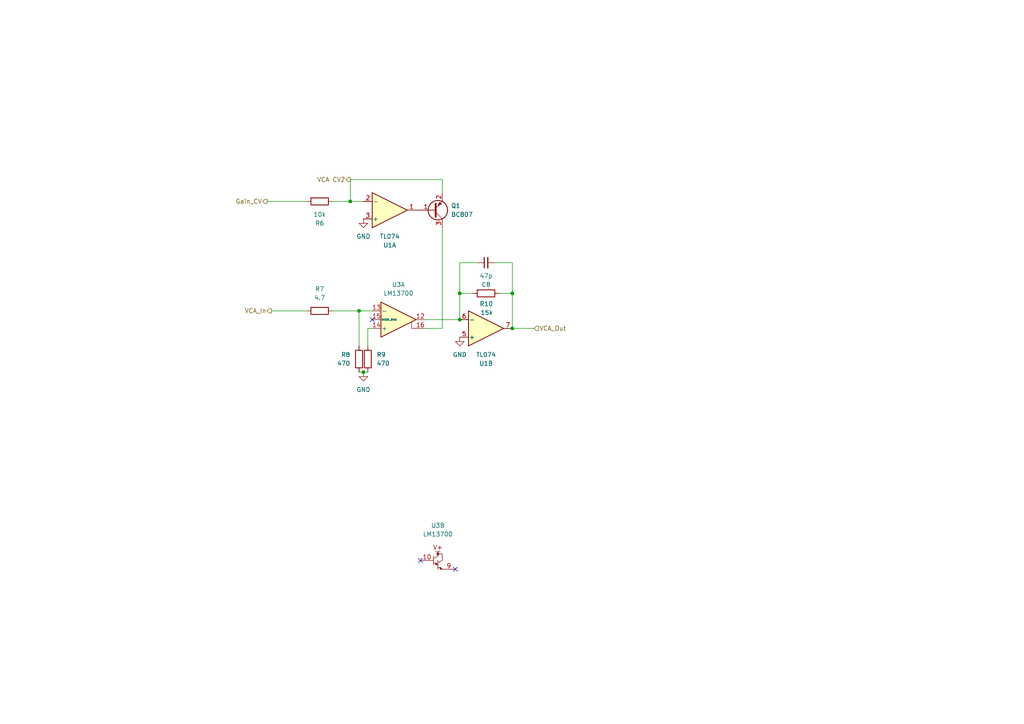
<source format=kicad_sch>
(kicad_sch (version 20231120) (generator "eeschema") (generator_version "8.0")
  (paper "A4")
  (lib_symbols
    (symbol "Amplifier_Operational:LM13700" (pin_names (offset 0.127))
      (property "Reference" "U" (at 3.81 5.08 0))
      (property "Value" "LM13700" (at 5.08 -5.08 0))
      (symbol "LM13700_1_1"
        (polyline (pts (xy 3.81 -0.635) (xy 3.81 -2.54) (xy 5.08 -2.54)))
        (polyline (pts (xy 5.08 0) (xy -5.08 -5.08) (xy -5.08 5.08) (xy 5.08 0)) (stroke (width 0.254)) (fill (type background)))
        (pin output line (at 7.62 0 180) (length 2.54) (name "~") (number "12"))
        (pin input line (at -7.62 2.54 0) (length 2.54) (name "-") (number "13"))
        (pin input line (at -7.62 -2.54 0) (length 2.54) (name "+") (number "14"))
        (pin input line (at -7.62 0 0) (length 2.54) (name "DIODE_BIAS") (number "15"))
        (pin input line (at 7.62 -2.54 180) (length 2.54) (name "~") (number "16"))
      )
      (symbol "LM13700_2_0"
        (polyline (pts (xy -1.905 2.54) (xy -3.175 2.54)))
      )
      (symbol "LM13700_2_1"
        (circle (center -2.54 1.905) (radius 0.254) (stroke (width 0.254)) (fill (type outline)))
        (polyline (pts (xy -3.81 -0.635) (xy -2.54 -1.27)))
        (polyline (pts (xy -3.81 1.27) (xy -3.81 -1.27)))
        (polyline (pts (xy -2.54 -1.905) (xy -1.27 -2.54)))
        (polyline (pts (xy -2.54 0) (xy -2.54 -2.54)))
        (polyline (pts (xy -3.81 0.635) (xy -2.54 1.27) (xy -2.54 1.905) (xy -2.54 2.54)))
        (polyline (pts (xy -2.54 -1.27) (xy -3.175 -0.635) (xy -3.175 -1.27) (xy -2.54 -1.27)) (fill (type outline)))
        (polyline (pts (xy -2.54 -0.635) (xy -1.27 0) (xy -1.27 1.905) (xy -2.54 1.905)))
        (polyline (pts (xy -1.27 -2.54) (xy -1.905 -1.905) (xy -1.905 -2.54) (xy -1.27 -2.54)) (fill (type outline)))
        (text "V+" (at -2.54 3.81 0) (effects (font (size 1.27 1.27))))
        (pin input line (at -7.62 0 0) (length 3.81) (name "~") (number "10"))
        (pin output line (at 2.54 -2.54 180) (length 3.81) (name "~") (number "9"))
      )
      (symbol "LM13700_3_1"
        (polyline (pts (xy 3.81 -0.635) (xy 3.81 -2.54) (xy 5.08 -2.54)))
        (polyline (pts (xy 5.08 0) (xy -5.08 -5.08) (xy -5.08 5.08) (xy 5.08 0)) (stroke (width 0.254)) (fill (type background)))
        (pin input line (at 7.62 -2.54 180) (length 2.54) (name "~") (number "1"))
        (pin input line (at -7.62 0 0) (length 2.54) (name "DIODE_BIAS") (number "2"))
        (pin input line (at -7.62 -2.54 0) (length 2.54) (name "+") (number "3"))
        (pin input line (at -7.62 2.54 0) (length 2.54) (name "-") (number "4"))
        (pin output line (at 7.62 0 180) (length 2.54) (name "~") (number "5"))
      )
      (symbol "LM13700_4_0"
        (polyline (pts (xy -3.175 2.54) (xy -1.905 2.54)))
        (text "V+" (at -2.54 3.81 0) (effects (font (size 1.27 1.27))))
      )
      (symbol "LM13700_4_1"
        (circle (center -2.54 1.905) (radius 0.254) (stroke (width 0.254)) (fill (type outline)))
        (polyline (pts (xy -3.81 -0.635) (xy -2.54 -1.27)))
        (polyline (pts (xy -3.81 1.27) (xy -3.81 -1.27)))
        (polyline (pts (xy -2.54 -1.905) (xy -1.27 -2.54)))
        (polyline (pts (xy -2.54 0) (xy -2.54 -2.54)))
        (polyline (pts (xy -3.81 0.635) (xy -2.54 1.27) (xy -2.54 2.54)))
        (polyline (pts (xy -2.54 -1.27) (xy -3.175 -0.635) (xy -3.175 -1.27) (xy -2.54 -1.27)) (fill (type outline)))
        (polyline (pts (xy -2.54 -0.635) (xy -1.27 0) (xy -1.27 1.905) (xy -2.54 1.905)))
        (polyline (pts (xy -1.27 -2.54) (xy -1.905 -1.905) (xy -1.905 -2.54) (xy -1.27 -2.54)) (fill (type outline)))
        (pin input line (at -7.62 0 0) (length 3.81) (name "~") (number "7"))
        (pin output line (at 2.54 -2.54 180) (length 3.81) (name "~") (number "8"))
      )
      (symbol "LM13700_5_1"
        (pin power_in line (at -2.54 7.62 270) (length 3.81) (name "V+") (number "11"))
        (pin power_in line (at -2.54 -7.62 90) (length 3.81) (name "V-") (number "6"))
      )
    )
    (symbol "Amplifier_Operational:TL074" (pin_names (offset 0.127))
      (property "Reference" "U" (at 0 5.08 0))
      (property "Value" "TL074" (at 0 -5.08 0))
      (symbol "TL074_1_1"
        (polyline (pts (xy -5.08 5.08) (xy 5.08 0) (xy -5.08 -5.08) (xy -5.08 5.08)) (stroke (width 0.254)) (fill (type background)))
        (pin output line (at 7.62 0 180) (length 2.54) (name "~") (number "1"))
        (pin input line (at -7.62 -2.54 0) (length 2.54) (name "-") (number "2"))
        (pin input line (at -7.62 2.54 0) (length 2.54) (name "+") (number "3"))
      )
      (symbol "TL074_2_1"
        (polyline (pts (xy -5.08 5.08) (xy 5.08 0) (xy -5.08 -5.08) (xy -5.08 5.08)) (stroke (width 0.254)) (fill (type background)))
        (pin input line (at -7.62 2.54 0) (length 2.54) (name "+") (number "5"))
        (pin input line (at -7.62 -2.54 0) (length 2.54) (name "-") (number "6"))
        (pin output line (at 7.62 0 180) (length 2.54) (name "~") (number "7"))
      )
      (symbol "TL074_3_1"
        (polyline (pts (xy -5.08 5.08) (xy 5.08 0) (xy -5.08 -5.08) (xy -5.08 5.08)) (stroke (width 0.254)) (fill (type background)))
        (pin input line (at -7.62 2.54 0) (length 2.54) (name "+") (number "10"))
        (pin output line (at 7.62 0 180) (length 2.54) (name "~") (number "8"))
        (pin input line (at -7.62 -2.54 0) (length 2.54) (name "-") (number "9"))
      )
      (symbol "TL074_4_1"
        (polyline (pts (xy -5.08 5.08) (xy 5.08 0) (xy -5.08 -5.08) (xy -5.08 5.08)) (stroke (width 0.254)) (fill (type background)))
        (pin input line (at -7.62 2.54 0) (length 2.54) (name "+") (number "12"))
        (pin input line (at -7.62 -2.54 0) (length 2.54) (name "-") (number "13"))
        (pin output line (at 7.62 0 180) (length 2.54) (name "~") (number "14"))
      )
      (symbol "TL074_5_1"
        (pin power_in line (at -2.54 -7.62 90) (length 3.81) (name "V-") (number "11"))
        (pin power_in line (at -2.54 7.62 270) (length 3.81) (name "V+") (number "4"))
      )
    )
    (symbol "Device:C_Small" (pin_numbers hide) (pin_names (offset 0.254) hide)
      (property "Reference" "C" (at 0.254 1.778 0))
      (property "Value" "C_Small" (at 0.254 -2.032 0))
      (symbol "C_Small_0_1"
        (polyline (pts (xy -1.524 -0.508) (xy 1.524 -0.508)) (stroke (width 0.3302)))
        (polyline (pts (xy -1.524 0.508) (xy 1.524 0.508)) (stroke (width 0.3048)))
      )
      (symbol "C_Small_1_1"
        (pin passive line (at 0 2.54 270) (length 2.032) (name "~") (number "1"))
        (pin passive line (at 0 -2.54 90) (length 2.032) (name "~") (number "2"))
      )
    )
    (symbol "Device:R" (pin_numbers hide) (pin_names (offset 0))
      (property "Reference" "R" (at 2.032 0 90))
      (property "Value" "R" (at 0 0 90))
      (symbol "R_0_1"
        (rectangle (start -1.016 -2.54) (end 1.016 2.54) (stroke (width 0.254)))
      )
      (symbol "R_1_1"
        (pin passive line (at 0 3.81 270) (length 1.27) (name "~") (number "1"))
        (pin passive line (at 0 -3.81 90) (length 1.27) (name "~") (number "2"))
      )
    )
    (symbol "Transistor_BJT:BC807" (pin_names (offset 0) hide)
      (property "Reference" "Q" (at 5.08 1.905 0))
      (property "Value" "BC807" (at 5.08 0 0))
      (symbol "BC807_0_1"
        (polyline (pts (xy 0.635 0.635) (xy 2.54 2.54)))
        (polyline (pts (xy 0.635 -0.635) (xy 2.54 -2.54) (xy 2.54 -2.54)))
        (polyline (pts (xy 0.635 1.905) (xy 0.635 -1.905) (xy 0.635 -1.905)) (stroke (width 0.508)))
        (polyline (pts (xy 2.286 -1.778) (xy 1.778 -2.286) (xy 1.27 -1.27) (xy 2.286 -1.778) (xy 2.286 -1.778)) (fill (type outline)))
        (circle (center 1.27 0) (radius 2.8194) (stroke (width 0.254)))
      )
      (symbol "BC807_1_1"
        (pin input line (at -5.08 0 0) (length 5.715) (name "B") (number "1"))
        (pin passive line (at 2.54 -5.08 90) (length 2.54) (name "E") (number "2"))
        (pin passive line (at 2.54 5.08 270) (length 2.54) (name "C") (number "3"))
      )
    )
    (symbol "power:GND" (power) (pin_numbers hide) (pin_names (offset 0) hide)
      (property "Value" "GND" (at 0 -3.81 0))
      (symbol "GND_0_1"
        (polyline (pts (xy 0 0) (xy 0 -1.27) (xy 1.27 -1.27) (xy 0 -2.54) (xy -1.27 -1.27) (xy 0 -1.27)))
      )
      (symbol "GND_1_1"
        (pin power_in line (at 0 0 270) (length 0) (name "~") (number "1"))
      )
    )
  )
  (junction (at 105.41 107.95))
  (junction (at 148.59 85.09))
  (junction (at 101.6 58.42))
  (junction (at 104.14 90.17))
  (junction (at 133.35 92.71))
  (junction (at 148.59 95.25))
  (junction (at 133.35 85.09))
  (no_connect (at 132.08 165.1))
  (no_connect (at 121.92 162.56))
  (no_connect (at 107.95 92.71))
  (wire (pts (xy 105.41 107.95) (xy 106.68 107.95)))
  (wire (pts (xy 148.59 95.25) (xy 154.94 95.25)))
  (wire (pts (xy 133.35 85.09) (xy 133.35 92.71)))
  (wire (pts (xy 144.78 85.09) (xy 148.59 85.09)))
  (wire (pts (xy 143.51 76.2) (xy 148.59 76.2)))
  (wire (pts (xy 96.52 58.42) (xy 101.6 58.42)))
  (wire (pts (xy 77.47 58.42) (xy 88.9 58.42)))
  (wire (pts (xy 96.52 90.17) (xy 104.14 90.17)))
  (wire (pts (xy 128.27 55.88) (xy 128.27 52.07)))
  (wire (pts (xy 78.74 90.17) (xy 88.9 90.17)))
  (wire (pts (xy 128.27 52.07) (xy 101.6 52.07)))
  (wire (pts (xy 128.27 66.04) (xy 128.27 95.25)))
  (wire (pts (xy 104.14 90.17) (xy 104.14 100.33)))
  (wire (pts (xy 133.35 76.2) (xy 133.35 85.09)))
  (wire (pts (xy 107.95 95.25) (xy 106.68 95.25)))
  (wire (pts (xy 148.59 76.2) (xy 148.59 85.09)))
  (wire (pts (xy 128.27 95.25) (xy 123.19 95.25)))
  (wire (pts (xy 106.68 95.25) (xy 106.68 100.33)))
  (wire (pts (xy 104.14 90.17) (xy 107.95 90.17)))
  (wire (pts (xy 148.59 85.09) (xy 148.59 95.25)))
  (wire (pts (xy 138.43 76.2) (xy 133.35 76.2)))
  (wire (pts (xy 104.14 107.95) (xy 105.41 107.95)))
  (wire (pts (xy 123.19 92.71) (xy 133.35 92.71)))
  (wire (pts (xy 101.6 58.42) (xy 105.41 58.42)))
  (wire (pts (xy 101.6 52.07) (xy 101.6 58.42)))
  (wire (pts (xy 137.16 85.09) (xy 133.35 85.09)))
  (hierarchical_label "VCA_Out" (shape input) (at 154.94 95.25 0))
  (hierarchical_label "Gain_CV" (shape output) (at 77.47 58.42 180))
  (hierarchical_label "VCA CV2" (shape output) (at 101.6 52.07 180))
  (hierarchical_label "VCA_In" (shape output) (at 78.74 90.17 180))
  (symbol (lib_id "Transistor_BJT:BC807") (at 125.73 60.96 0) (mirror x) (unit 1)
    (property "Reference" "Q1" (at 130.81 59.6899 0) (effects (justify left)))
    (property "Value" "BC807" (at 130.81 62.2299 0) (effects (justify left)))
    (property "Footprint" "PCM_4ms_Package_SOT:SOT-23" (effects (hide yes)))
    (property "Datasheet" "https://www.onsemi.com/pub/Collateral/BC808-D.pdf" (effects (hide yes)))
    (property "Description" "0.8A Ic, 45V Vce, PNP Transistor, SOT-23" (effects (hide yes)))
  )
  (symbol (lib_id "Device:C_Small") (at 140.97 76.2 90) (mirror x) (unit 1)
    (property "Reference" "C8" (at 140.9763 82.55 90))
    (property "Value" "47p" (at 140.9763 80.01 90))
    (property "Footprint" "Capacitor_SMD:C_0805_2012Metric_Pad1.18x1.45mm_HandSolder" (effects (hide yes)))
    (property "Description" "Unpolarized capacitor, small symbol" (effects (hide yes)))
  )
  (symbol (lib_id "Device:R") (at 106.68 104.14 180) (unit 1)
    (property "Reference" "R9" (at 109.22 102.8699 0) (effects (justify right)))
    (property "Value" "470" (at 109.22 105.4099 0) (effects (justify right)))
    (property "Footprint" "Resistor_SMD:R_0805_2012Metric_Pad1.20x1.40mm_HandSolder" (effects (hide yes)))
    (property "Description" "Resistor" (effects (hide yes)))
  )
  (symbol (lib_id "Device:R") (at 104.14 104.14 0) (mirror x) (unit 1)
    (property "Reference" "R8" (at 101.6 102.8699 0) (effects (justify right)))
    (property "Value" "470" (at 101.6 105.4099 0) (effects (justify right)))
    (property "Footprint" "Resistor_SMD:R_0805_2012Metric_Pad1.20x1.40mm_HandSolder" (effects (hide yes)))
    (property "Description" "Resistor" (effects (hide yes)))
  )
  (symbol (lib_id "power:GND") (at 133.35 97.79 0) (unit 1)
    (property "Reference" "#PWR020" (effects (hide yes)))
    (property "Value" "GND" (at 133.35 102.87 0))
    (property "Description" "Power symbol creates a global label with name \"GND\" , ground" (effects (hide yes)))
  )
  (symbol (lib_id "Amplifier_Operational:LM13700") (at 115.57 92.71 0) (unit 1)
    (property "Reference" "U3" (at 115.57 82.55 0))
    (property "Value" "LM13700" (at 115.57 85.09 0))
    (property "Footprint" "Package_SO:SOIC-16_3.9x9.9mm_P1.27mm" (effects (hide yes)))
    (property "Datasheet" "http://www.ti.com/lit/ds/symlink/lm13700.pdf" (effects (hide yes)))
    (property "Description" "Dual Operational Transconductance Amplifiers with Linearizing Diodes and Buffers, DIP-16/SOIC-16" (effects (hide yes)))
  )
  (symbol (lib_id "Device:R") (at 92.71 90.17 90) (unit 1)
    (property "Reference" "R7" (at 92.71 83.82 90))
    (property "Value" "4.7" (at 92.71 86.36 90))
    (property "Footprint" "Resistor_SMD:R_0805_2012Metric_Pad1.20x1.40mm_HandSolder" (effects (hide yes)))
    (property "Description" "Resistor" (effects (hide yes)))
  )
  (symbol (lib_id "Device:R") (at 140.97 85.09 90) (unit 1)
    (property "Reference" "R10" (at 143.002 88.138 90) (effects (justify left)))
    (property "Value" "15k" (at 143.002 90.678 90) (effects (justify left)))
    (property "Footprint" "Resistor_SMD:R_0805_2012Metric_Pad1.20x1.40mm_HandSolder" (effects (hide yes)))
    (property "Description" "Resistor" (effects (hide yes)))
  )
  (symbol (lib_id "Amplifier_Operational:LM13700") (at 129.54 162.56 0) (unit 2)
    (property "Reference" "U3" (at 127 152.4 0))
    (property "Value" "LM13700" (at 127 154.94 0))
    (property "Footprint" "Package_SO:SOIC-16_3.9x9.9mm_P1.27mm" (effects (hide yes)))
    (property "Datasheet" "http://www.ti.com/lit/ds/symlink/lm13700.pdf" (effects (hide yes)))
    (property "Description" "Dual Operational Transconductance Amplifiers with Linearizing Diodes and Buffers, DIP-16/SOIC-16" (effects (hide yes)))
  )
  (symbol (lib_id "power:GND") (at 105.41 63.5 0) (unit 1)
    (property "Reference" "#PWR022" (effects (hide yes)))
    (property "Value" "GND" (at 105.41 68.58 0))
    (property "Description" "Power symbol creates a global label with name \"GND\" , ground" (effects (hide yes)))
  )
  (symbol (lib_id "Device:R") (at 92.71 58.42 270) (unit 1)
    (property "Reference" "R6" (at 92.71 64.77 90))
    (property "Value" "10k" (at 92.71 62.23 90))
    (property "Footprint" "Resistor_SMD:R_0805_2012Metric_Pad1.20x1.40mm_HandSolder" (effects (hide yes)))
    (property "Description" "Resistor" (effects (hide yes)))
  )
  (symbol (lib_id "Amplifier_Operational:TL074") (at 140.97 95.25 0) (mirror x) (unit 2)
    (property "Reference" "U1" (at 140.97 105.41 0))
    (property "Value" "TL074" (at 140.97 102.87 0))
    (property "Footprint" "Package_SO:SOIC-14_3.9x8.7mm_P1.27mm" (effects (hide yes)))
    (property "Datasheet" "http://www.ti.com/lit/ds/symlink/tl071.pdf" (effects (hide yes)))
    (property "Description" "Quad Low-Noise JFET-Input Operational Amplifiers, DIP-14/SOIC-14" (effects (hide yes)))
  )
  (symbol (lib_id "Amplifier_Operational:TL074") (at 113.03 60.96 0) (mirror x) (unit 1)
    (property "Reference" "U1" (at 113.03 71.12 0))
    (property "Value" "TL074" (at 113.03 68.58 0))
    (property "Footprint" "Package_SO:SOIC-14_3.9x8.7mm_P1.27mm" (effects (hide yes)))
    (property "Datasheet" "http://www.ti.com/lit/ds/symlink/tl071.pdf" (effects (hide yes)))
    (property "Description" "Quad Low-Noise JFET-Input Operational Amplifiers, DIP-14/SOIC-14" (effects (hide yes)))
  )
  (symbol (lib_id "power:GND") (at 105.41 107.95 0) (unit 1)
    (property "Reference" "#PWR021" (effects (hide yes)))
    (property "Value" "GND" (at 105.41 113.03 0))
    (property "Description" "Power symbol creates a global label with name \"GND\" , ground" (effects (hide yes)))
  )
)
</source>
